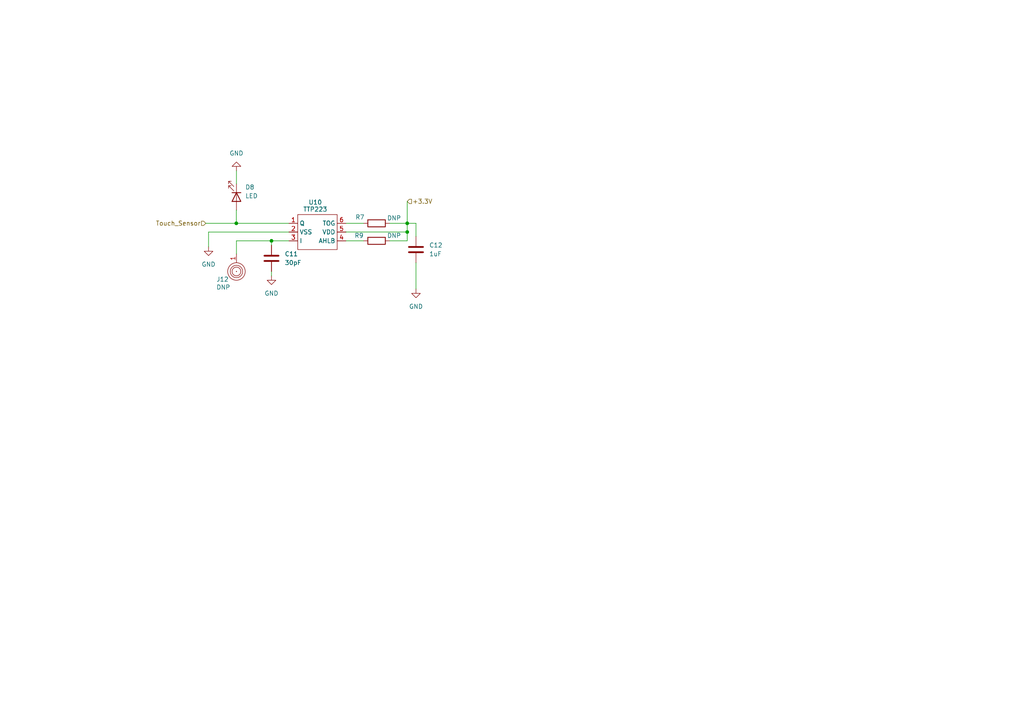
<source format=kicad_sch>
(kicad_sch (version 20231120) (generator "eeschema") (generator_version "8.0")
  (paper "A4")
  (lib_symbols
    (symbol "Device:C" (pin_numbers hide) (pin_names (offset 0.254))
      (property "Reference" "C" (at 0.635 2.54 0))
      (property "Value" "C" (at 0.635 -2.54 0))
      (symbol "C_0_1"
        (polyline (pts (xy -2.032 -0.762) (xy 2.032 -0.762)) (stroke (width 0.508)))
        (polyline (pts (xy -2.032 0.762) (xy 2.032 0.762)) (stroke (width 0.508)))
      )
      (symbol "C_1_1"
        (pin passive line (at 0 3.81 270) (length 2.794) (name "~") (number "1"))
        (pin passive line (at 0 -3.81 90) (length 2.794) (name "~") (number "2"))
      )
    )
    (symbol "Device:LED" (pin_numbers hide) (pin_names (offset 1.016) hide)
      (property "Reference" "D" (at 0 2.54 0))
      (property "Value" "LED" (at 0 -2.54 0))
      (symbol "LED_0_1"
        (polyline (pts (xy -1.27 -1.27) (xy -1.27 1.27)) (stroke (width 0.254)))
        (polyline (pts (xy -1.27 0) (xy 1.27 0)))
        (polyline (pts (xy 1.27 -1.27) (xy 1.27 1.27) (xy -1.27 0) (xy 1.27 -1.27)) (stroke (width 0.254)))
        (polyline (pts (xy -3.048 -0.762) (xy -4.572 -2.286) (xy -3.81 -2.286) (xy -4.572 -2.286) (xy -4.572 -1.524)))
        (polyline (pts (xy -1.778 -0.762) (xy -3.302 -2.286) (xy -2.54 -2.286) (xy -3.302 -2.286) (xy -3.302 -1.524)))
      )
      (symbol "LED_1_1"
        (pin passive line (at -3.81 0 0) (length 2.54) (name "K") (number "1"))
        (pin passive line (at 3.81 0 180) (length 2.54) (name "A") (number "2"))
      )
    )
    (symbol "Device:R" (pin_numbers hide) (pin_names (offset 0))
      (property "Reference" "R" (at 2.032 0 90))
      (property "Value" "R" (at 0 0 90))
      (symbol "R_0_1"
        (rectangle (start -1.016 -2.54) (end 1.016 2.54) (stroke (width 0.254)))
      )
      (symbol "R_1_1"
        (pin passive line (at 0 3.81 270) (length 1.27) (name "~") (number "1"))
        (pin passive line (at 0 -3.81 90) (length 1.27) (name "~") (number "2"))
      )
    )
    (symbol "TTP223B:TTP223B"
      (property "Reference" "U" (at 1.27 12.954 0))
      (symbol "TTP223B_0_1"
        (rectangle (start -3.81 11.43) (end 7.62 1.27))
      )
      (symbol "TTP223B_1_1"
        (pin input line (at -6.35 8.89 0) (length 2.54) (name "Q") (number "1"))
        (pin input line (at -6.35 6.35 0) (length 2.54) (name "VSS") (number "2"))
        (pin input line (at -6.35 3.81 0) (length 2.54) (name "I") (number "3"))
        (pin input line (at 10.16 3.81 180) (length 2.54) (name "AHLB") (number "4"))
        (pin input line (at 10.16 6.35 180) (length 2.54) (name "VDD") (number "5"))
        (pin input line (at 10.16 8.89 180) (length 2.54) (name "TOG") (number "6"))
      )
    )
    (symbol "Touch Pad:Touch_Pad"
      (property "Reference" "J" (at 0 0 0))
      (symbol "Touch_Pad_0_1"
        (circle (center 0 3.81) (radius 0.0001))
        (circle (center 0 3.81) (radius 1.27))
        (circle (center 0 3.81) (radius 1.7961))
        (circle (center 0 3.81) (radius 2.54))
      )
      (symbol "Touch_Pad_1_1"
        (pin input line (at 5.08 3.81 180) (length 2.54) (name "") (number "1"))
      )
    )
    (symbol "power:GND" (power) (pin_names (offset 0))
      (property "Value" "GND" (at 0 -3.81 0))
      (symbol "GND_0_1"
        (polyline (pts (xy 0 0) (xy 0 -1.27) (xy 1.27 -1.27) (xy 0 -2.54) (xy -1.27 -1.27) (xy 0 -1.27)))
      )
      (symbol "GND_1_1"
        (pin power_in line (at 0 0 270) (length 0) hide (name "GND") (number "1"))
      )
    )
  )
  (junction (at 118.11 64.77))
  (junction (at 78.74 69.85))
  (junction (at 68.5414 64.77))
  (junction (at 118.11 67.2931))
  (wire (pts (xy 68.5414 64.77) (xy 68.5414 60.96)))
  (wire (pts (xy 118.11 64.77) (xy 118.11 67.2931)))
  (wire (pts (xy 120.65 76.2) (xy 120.65 83.82)))
  (wire (pts (xy 68.58 49.53) (xy 68.58 53.34)))
  (wire (pts (xy 68.58 69.85) (xy 68.58 73.66)))
  (wire (pts (xy 118.11 64.77) (xy 113.03 64.77)))
  (wire (pts (xy 100.33 64.77) (xy 105.41 64.77)))
  (wire (pts (xy 68.5414 64.77) (xy 83.82 64.77)))
  (wire (pts (xy 100.33 69.85) (xy 105.41 69.85)))
  (wire (pts (xy 60.4878 67.31) (xy 60.4878 71.5931)))
  (wire (pts (xy 59.69 64.77) (xy 68.5414 64.77)))
  (wire (pts (xy 78.74 69.85) (xy 83.82 69.85)))
  (wire (pts (xy 78.74 78.74) (xy 78.74 80.01)))
  (wire (pts (xy 78.74 69.85) (xy 78.74 71.12)))
  (wire (pts (xy 83.82 67.31) (xy 60.4878 67.31)))
  (wire (pts (xy 118.11 69.85) (xy 113.03 69.85)))
  (wire (pts (xy 118.11 67.2931) (xy 118.11 69.85)))
  (wire (pts (xy 68.58 69.85) (xy 78.74 69.85)))
  (wire (pts (xy 118.11 67.2931) (xy 100.33 67.2931)))
  (wire (pts (xy 118.11 58.42) (xy 118.11 64.77)))
  (wire (pts (xy 68.5414 60.96) (xy 68.58 60.96)))
  (wire (pts (xy 120.65 64.77) (xy 120.65 68.58)))
  (wire (pts (xy 100.33 67.2931) (xy 100.33 67.31)))
  (wire (pts (xy 120.65 64.77) (xy 118.11 64.77)))
  (hierarchical_label "Touch_Sensor" (shape input) (at 59.69 64.77 180))
  (hierarchical_label "+3.3V" (shape input) (at 118.11 58.42 0))
  (symbol (lib_id "power:GND") (at 60.4878 71.5931 0) (unit 1)
    (property "Reference" "#PWR046" (effects (hide yes)))
    (property "Value" "GND" (at 60.4878 76.6731 0))
    (property "Description" "Power symbol creates a global label with name \"GND\" , ground" (effects (hide yes)))
  )
  (symbol (lib_id "Device:LED") (at 68.58 57.15 270) (unit 1)
    (property "Reference" "D8" (at 71.12 54.2924 90) (effects (justify left)))
    (property "Value" "LED" (at 71.12 56.8324 90) (effects (justify left)))
    (property "Footprint" "LED_SMD:LED_0603_1608Metric" (effects (hide yes)))
    (property "Description" "Light emitting diode" (effects (hide yes)))
  )
  (symbol (lib_id "power:GND") (at 120.65 83.82 0) (unit 1)
    (property "Reference" "#PWR045" (effects (hide yes)))
    (property "Value" "GND" (at 120.65 88.9 0))
    (property "Description" "Power symbol creates a global label with name \"GND\" , ground" (effects (hide yes)))
  )
  (symbol (lib_id "power:GND") (at 68.58 49.53 180) (unit 1)
    (property "Reference" "#PWR047" (effects (hide yes)))
    (property "Value" "GND" (at 68.58 44.45 0))
    (property "Description" "Power symbol creates a global label with name \"GND\" , ground" (effects (hide yes)))
  )
  (symbol (lib_id "Device:C") (at 78.74 74.93 0) (unit 1)
    (property "Reference" "C11" (at 82.55 73.6599 0) (effects (justify left)))
    (property "Value" "30pF" (at 82.55 76.1999 0) (effects (justify left)))
    (property "Footprint" "Capacitor_SMD:C_0603_1608Metric" (effects (hide yes)))
    (property "Description" "Unpolarized capacitor" (effects (hide yes)))
  )
  (symbol (lib_id "TTP223B:TTP223B") (at 90.17 73.66 0) (unit 1)
    (property "Reference" "U10" (at 91.44 58.674 0))
    (property "Value" "TTP223" (at 91.44 60.706 0))
    (property "Footprint" "RP2040_minimal:TTP223" (effects (hide yes)))
  )
  (symbol (lib_id "Device:C") (at 120.65 72.39 0) (unit 1)
    (property "Reference" "C12" (at 124.46 71.1199 0) (effects (justify left)))
    (property "Value" "1uF" (at 124.46 73.6599 0) (effects (justify left)))
    (property "Footprint" "Capacitor_SMD:C_0603_1608Metric" (effects (hide yes)))
    (property "Description" "Unpolarized capacitor" (effects (hide yes)))
  )
  (symbol (lib_id "power:GND") (at 78.74 80.01 0) (unit 1)
    (property "Reference" "#PWR044" (effects (hide yes)))
    (property "Value" "GND" (at 78.74 85.09 0))
    (property "Description" "Power symbol creates a global label with name \"GND\" , ground" (effects (hide yes)))
  )
  (symbol (lib_id "Device:R") (at 109.22 69.85 270) (unit 1)
    (property "Reference" "R9" (at 104.14 68.326 90))
    (property "Value" "DNP" (at 114.3 68.326 90))
    (property "Footprint" "Resistor_SMD:R_0603_1608Metric" (effects (hide yes)))
    (property "Description" "Resistor" (effects (hide yes)))
  )
  (symbol (lib_id "Device:R") (at 109.22 64.77 270) (unit 1)
    (property "Reference" "R7" (at 104.394 62.992 90))
    (property "Value" "DNP" (at 114.3 63.246 90))
    (property "Footprint" "Resistor_SMD:R_0603_1608Metric" (effects (hide yes)))
    (property "Description" "Resistor" (effects (hide yes)))
  )
  (symbol (lib_id "Touch Pad:Touch_Pad") (at 72.39 78.74 90) (unit 1)
    (property "Reference" "J12" (at 62.738 81.026 90) (effects (justify right)))
    (property "Value" "DNP" (at 64.77 83.312 90))
    (property "Footprint" "RP2040_minimal:Touch Pad" (effects (hide yes)))
  )
)
</source>
